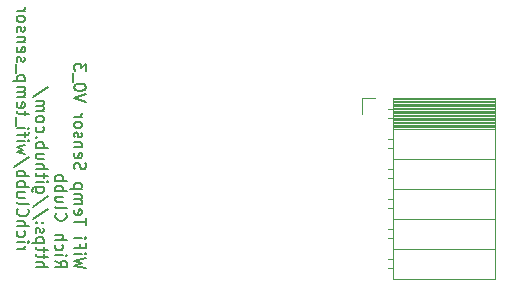
<source format=gbr>
%TF.GenerationSoftware,KiCad,Pcbnew,7.0.10-7.0.10~ubuntu22.04.1*%
%TF.CreationDate,2024-01-23T13:21:10+00:00*%
%TF.ProjectId,wifi_temp_sensor,77696669-5f74-4656-9d70-5f73656e736f,rev?*%
%TF.SameCoordinates,Original*%
%TF.FileFunction,Legend,Bot*%
%TF.FilePolarity,Positive*%
%FSLAX46Y46*%
G04 Gerber Fmt 4.6, Leading zero omitted, Abs format (unit mm)*
G04 Created by KiCad (PCBNEW 7.0.10-7.0.10~ubuntu22.04.1) date 2024-01-23 13:21:10*
%MOMM*%
%LPD*%
G01*
G04 APERTURE LIST*
%ADD10C,0.150000*%
%ADD11C,0.120000*%
G04 APERTURE END LIST*
D10*
X197730180Y-68973458D02*
X196730180Y-68735363D01*
X196730180Y-68735363D02*
X197444466Y-68544887D01*
X197444466Y-68544887D02*
X196730180Y-68354411D01*
X196730180Y-68354411D02*
X197730180Y-68116316D01*
X196730180Y-67735363D02*
X197396847Y-67735363D01*
X197730180Y-67735363D02*
X197682561Y-67782982D01*
X197682561Y-67782982D02*
X197634942Y-67735363D01*
X197634942Y-67735363D02*
X197682561Y-67687744D01*
X197682561Y-67687744D02*
X197730180Y-67735363D01*
X197730180Y-67735363D02*
X197634942Y-67735363D01*
X197253990Y-66925840D02*
X197253990Y-67259173D01*
X196730180Y-67259173D02*
X197730180Y-67259173D01*
X197730180Y-67259173D02*
X197730180Y-66782983D01*
X196730180Y-66402030D02*
X197396847Y-66402030D01*
X197730180Y-66402030D02*
X197682561Y-66449649D01*
X197682561Y-66449649D02*
X197634942Y-66402030D01*
X197634942Y-66402030D02*
X197682561Y-66354411D01*
X197682561Y-66354411D02*
X197730180Y-66402030D01*
X197730180Y-66402030D02*
X197634942Y-66402030D01*
X197730180Y-65306792D02*
X197730180Y-64735364D01*
X196730180Y-65021078D02*
X197730180Y-65021078D01*
X196777800Y-64021078D02*
X196730180Y-64116316D01*
X196730180Y-64116316D02*
X196730180Y-64306792D01*
X196730180Y-64306792D02*
X196777800Y-64402030D01*
X196777800Y-64402030D02*
X196873038Y-64449649D01*
X196873038Y-64449649D02*
X197253990Y-64449649D01*
X197253990Y-64449649D02*
X197349228Y-64402030D01*
X197349228Y-64402030D02*
X197396847Y-64306792D01*
X197396847Y-64306792D02*
X197396847Y-64116316D01*
X197396847Y-64116316D02*
X197349228Y-64021078D01*
X197349228Y-64021078D02*
X197253990Y-63973459D01*
X197253990Y-63973459D02*
X197158752Y-63973459D01*
X197158752Y-63973459D02*
X197063514Y-64449649D01*
X196730180Y-63544887D02*
X197396847Y-63544887D01*
X197301609Y-63544887D02*
X197349228Y-63497268D01*
X197349228Y-63497268D02*
X197396847Y-63402030D01*
X197396847Y-63402030D02*
X197396847Y-63259173D01*
X197396847Y-63259173D02*
X197349228Y-63163935D01*
X197349228Y-63163935D02*
X197253990Y-63116316D01*
X197253990Y-63116316D02*
X196730180Y-63116316D01*
X197253990Y-63116316D02*
X197349228Y-63068697D01*
X197349228Y-63068697D02*
X197396847Y-62973459D01*
X197396847Y-62973459D02*
X197396847Y-62830602D01*
X197396847Y-62830602D02*
X197349228Y-62735363D01*
X197349228Y-62735363D02*
X197253990Y-62687744D01*
X197253990Y-62687744D02*
X196730180Y-62687744D01*
X197396847Y-62211554D02*
X196396847Y-62211554D01*
X197349228Y-62211554D02*
X197396847Y-62116316D01*
X197396847Y-62116316D02*
X197396847Y-61925840D01*
X197396847Y-61925840D02*
X197349228Y-61830602D01*
X197349228Y-61830602D02*
X197301609Y-61782983D01*
X197301609Y-61782983D02*
X197206371Y-61735364D01*
X197206371Y-61735364D02*
X196920657Y-61735364D01*
X196920657Y-61735364D02*
X196825419Y-61782983D01*
X196825419Y-61782983D02*
X196777800Y-61830602D01*
X196777800Y-61830602D02*
X196730180Y-61925840D01*
X196730180Y-61925840D02*
X196730180Y-62116316D01*
X196730180Y-62116316D02*
X196777800Y-62211554D01*
X196777800Y-60592506D02*
X196730180Y-60449649D01*
X196730180Y-60449649D02*
X196730180Y-60211554D01*
X196730180Y-60211554D02*
X196777800Y-60116316D01*
X196777800Y-60116316D02*
X196825419Y-60068697D01*
X196825419Y-60068697D02*
X196920657Y-60021078D01*
X196920657Y-60021078D02*
X197015895Y-60021078D01*
X197015895Y-60021078D02*
X197111133Y-60068697D01*
X197111133Y-60068697D02*
X197158752Y-60116316D01*
X197158752Y-60116316D02*
X197206371Y-60211554D01*
X197206371Y-60211554D02*
X197253990Y-60402030D01*
X197253990Y-60402030D02*
X197301609Y-60497268D01*
X197301609Y-60497268D02*
X197349228Y-60544887D01*
X197349228Y-60544887D02*
X197444466Y-60592506D01*
X197444466Y-60592506D02*
X197539704Y-60592506D01*
X197539704Y-60592506D02*
X197634942Y-60544887D01*
X197634942Y-60544887D02*
X197682561Y-60497268D01*
X197682561Y-60497268D02*
X197730180Y-60402030D01*
X197730180Y-60402030D02*
X197730180Y-60163935D01*
X197730180Y-60163935D02*
X197682561Y-60021078D01*
X196777800Y-59211554D02*
X196730180Y-59306792D01*
X196730180Y-59306792D02*
X196730180Y-59497268D01*
X196730180Y-59497268D02*
X196777800Y-59592506D01*
X196777800Y-59592506D02*
X196873038Y-59640125D01*
X196873038Y-59640125D02*
X197253990Y-59640125D01*
X197253990Y-59640125D02*
X197349228Y-59592506D01*
X197349228Y-59592506D02*
X197396847Y-59497268D01*
X197396847Y-59497268D02*
X197396847Y-59306792D01*
X197396847Y-59306792D02*
X197349228Y-59211554D01*
X197349228Y-59211554D02*
X197253990Y-59163935D01*
X197253990Y-59163935D02*
X197158752Y-59163935D01*
X197158752Y-59163935D02*
X197063514Y-59640125D01*
X197396847Y-58735363D02*
X196730180Y-58735363D01*
X197301609Y-58735363D02*
X197349228Y-58687744D01*
X197349228Y-58687744D02*
X197396847Y-58592506D01*
X197396847Y-58592506D02*
X197396847Y-58449649D01*
X197396847Y-58449649D02*
X197349228Y-58354411D01*
X197349228Y-58354411D02*
X197253990Y-58306792D01*
X197253990Y-58306792D02*
X196730180Y-58306792D01*
X196777800Y-57878220D02*
X196730180Y-57782982D01*
X196730180Y-57782982D02*
X196730180Y-57592506D01*
X196730180Y-57592506D02*
X196777800Y-57497268D01*
X196777800Y-57497268D02*
X196873038Y-57449649D01*
X196873038Y-57449649D02*
X196920657Y-57449649D01*
X196920657Y-57449649D02*
X197015895Y-57497268D01*
X197015895Y-57497268D02*
X197063514Y-57592506D01*
X197063514Y-57592506D02*
X197063514Y-57735363D01*
X197063514Y-57735363D02*
X197111133Y-57830601D01*
X197111133Y-57830601D02*
X197206371Y-57878220D01*
X197206371Y-57878220D02*
X197253990Y-57878220D01*
X197253990Y-57878220D02*
X197349228Y-57830601D01*
X197349228Y-57830601D02*
X197396847Y-57735363D01*
X197396847Y-57735363D02*
X197396847Y-57592506D01*
X197396847Y-57592506D02*
X197349228Y-57497268D01*
X196730180Y-56878220D02*
X196777800Y-56973458D01*
X196777800Y-56973458D02*
X196825419Y-57021077D01*
X196825419Y-57021077D02*
X196920657Y-57068696D01*
X196920657Y-57068696D02*
X197206371Y-57068696D01*
X197206371Y-57068696D02*
X197301609Y-57021077D01*
X197301609Y-57021077D02*
X197349228Y-56973458D01*
X197349228Y-56973458D02*
X197396847Y-56878220D01*
X197396847Y-56878220D02*
X197396847Y-56735363D01*
X197396847Y-56735363D02*
X197349228Y-56640125D01*
X197349228Y-56640125D02*
X197301609Y-56592506D01*
X197301609Y-56592506D02*
X197206371Y-56544887D01*
X197206371Y-56544887D02*
X196920657Y-56544887D01*
X196920657Y-56544887D02*
X196825419Y-56592506D01*
X196825419Y-56592506D02*
X196777800Y-56640125D01*
X196777800Y-56640125D02*
X196730180Y-56735363D01*
X196730180Y-56735363D02*
X196730180Y-56878220D01*
X196730180Y-56116315D02*
X197396847Y-56116315D01*
X197206371Y-56116315D02*
X197301609Y-56068696D01*
X197301609Y-56068696D02*
X197349228Y-56021077D01*
X197349228Y-56021077D02*
X197396847Y-55925839D01*
X197396847Y-55925839D02*
X197396847Y-55830601D01*
X197730180Y-54878219D02*
X196730180Y-54544886D01*
X196730180Y-54544886D02*
X197730180Y-54211553D01*
X197730180Y-53687743D02*
X197730180Y-53592505D01*
X197730180Y-53592505D02*
X197682561Y-53497267D01*
X197682561Y-53497267D02*
X197634942Y-53449648D01*
X197634942Y-53449648D02*
X197539704Y-53402029D01*
X197539704Y-53402029D02*
X197349228Y-53354410D01*
X197349228Y-53354410D02*
X197111133Y-53354410D01*
X197111133Y-53354410D02*
X196920657Y-53402029D01*
X196920657Y-53402029D02*
X196825419Y-53449648D01*
X196825419Y-53449648D02*
X196777800Y-53497267D01*
X196777800Y-53497267D02*
X196730180Y-53592505D01*
X196730180Y-53592505D02*
X196730180Y-53687743D01*
X196730180Y-53687743D02*
X196777800Y-53782981D01*
X196777800Y-53782981D02*
X196825419Y-53830600D01*
X196825419Y-53830600D02*
X196920657Y-53878219D01*
X196920657Y-53878219D02*
X197111133Y-53925838D01*
X197111133Y-53925838D02*
X197349228Y-53925838D01*
X197349228Y-53925838D02*
X197539704Y-53878219D01*
X197539704Y-53878219D02*
X197634942Y-53830600D01*
X197634942Y-53830600D02*
X197682561Y-53782981D01*
X197682561Y-53782981D02*
X197730180Y-53687743D01*
X196634942Y-53163934D02*
X196634942Y-52402029D01*
X197730180Y-52259171D02*
X197730180Y-51640124D01*
X197730180Y-51640124D02*
X197349228Y-51973457D01*
X197349228Y-51973457D02*
X197349228Y-51830600D01*
X197349228Y-51830600D02*
X197301609Y-51735362D01*
X197301609Y-51735362D02*
X197253990Y-51687743D01*
X197253990Y-51687743D02*
X197158752Y-51640124D01*
X197158752Y-51640124D02*
X196920657Y-51640124D01*
X196920657Y-51640124D02*
X196825419Y-51687743D01*
X196825419Y-51687743D02*
X196777800Y-51735362D01*
X196777800Y-51735362D02*
X196730180Y-51830600D01*
X196730180Y-51830600D02*
X196730180Y-52116314D01*
X196730180Y-52116314D02*
X196777800Y-52211552D01*
X196777800Y-52211552D02*
X196825419Y-52259171D01*
X195120180Y-68306792D02*
X195596371Y-68640125D01*
X195120180Y-68878220D02*
X196120180Y-68878220D01*
X196120180Y-68878220D02*
X196120180Y-68497268D01*
X196120180Y-68497268D02*
X196072561Y-68402030D01*
X196072561Y-68402030D02*
X196024942Y-68354411D01*
X196024942Y-68354411D02*
X195929704Y-68306792D01*
X195929704Y-68306792D02*
X195786847Y-68306792D01*
X195786847Y-68306792D02*
X195691609Y-68354411D01*
X195691609Y-68354411D02*
X195643990Y-68402030D01*
X195643990Y-68402030D02*
X195596371Y-68497268D01*
X195596371Y-68497268D02*
X195596371Y-68878220D01*
X195120180Y-67878220D02*
X195786847Y-67878220D01*
X196120180Y-67878220D02*
X196072561Y-67925839D01*
X196072561Y-67925839D02*
X196024942Y-67878220D01*
X196024942Y-67878220D02*
X196072561Y-67830601D01*
X196072561Y-67830601D02*
X196120180Y-67878220D01*
X196120180Y-67878220D02*
X196024942Y-67878220D01*
X195167800Y-66973459D02*
X195120180Y-67068697D01*
X195120180Y-67068697D02*
X195120180Y-67259173D01*
X195120180Y-67259173D02*
X195167800Y-67354411D01*
X195167800Y-67354411D02*
X195215419Y-67402030D01*
X195215419Y-67402030D02*
X195310657Y-67449649D01*
X195310657Y-67449649D02*
X195596371Y-67449649D01*
X195596371Y-67449649D02*
X195691609Y-67402030D01*
X195691609Y-67402030D02*
X195739228Y-67354411D01*
X195739228Y-67354411D02*
X195786847Y-67259173D01*
X195786847Y-67259173D02*
X195786847Y-67068697D01*
X195786847Y-67068697D02*
X195739228Y-66973459D01*
X195120180Y-66544887D02*
X196120180Y-66544887D01*
X195120180Y-66116316D02*
X195643990Y-66116316D01*
X195643990Y-66116316D02*
X195739228Y-66163935D01*
X195739228Y-66163935D02*
X195786847Y-66259173D01*
X195786847Y-66259173D02*
X195786847Y-66402030D01*
X195786847Y-66402030D02*
X195739228Y-66497268D01*
X195739228Y-66497268D02*
X195691609Y-66544887D01*
X195215419Y-64306792D02*
X195167800Y-64354411D01*
X195167800Y-64354411D02*
X195120180Y-64497268D01*
X195120180Y-64497268D02*
X195120180Y-64592506D01*
X195120180Y-64592506D02*
X195167800Y-64735363D01*
X195167800Y-64735363D02*
X195263038Y-64830601D01*
X195263038Y-64830601D02*
X195358276Y-64878220D01*
X195358276Y-64878220D02*
X195548752Y-64925839D01*
X195548752Y-64925839D02*
X195691609Y-64925839D01*
X195691609Y-64925839D02*
X195882085Y-64878220D01*
X195882085Y-64878220D02*
X195977323Y-64830601D01*
X195977323Y-64830601D02*
X196072561Y-64735363D01*
X196072561Y-64735363D02*
X196120180Y-64592506D01*
X196120180Y-64592506D02*
X196120180Y-64497268D01*
X196120180Y-64497268D02*
X196072561Y-64354411D01*
X196072561Y-64354411D02*
X196024942Y-64306792D01*
X195120180Y-63735363D02*
X195167800Y-63830601D01*
X195167800Y-63830601D02*
X195263038Y-63878220D01*
X195263038Y-63878220D02*
X196120180Y-63878220D01*
X195786847Y-62925839D02*
X195120180Y-62925839D01*
X195786847Y-63354410D02*
X195263038Y-63354410D01*
X195263038Y-63354410D02*
X195167800Y-63306791D01*
X195167800Y-63306791D02*
X195120180Y-63211553D01*
X195120180Y-63211553D02*
X195120180Y-63068696D01*
X195120180Y-63068696D02*
X195167800Y-62973458D01*
X195167800Y-62973458D02*
X195215419Y-62925839D01*
X195120180Y-62449648D02*
X196120180Y-62449648D01*
X195739228Y-62449648D02*
X195786847Y-62354410D01*
X195786847Y-62354410D02*
X195786847Y-62163934D01*
X195786847Y-62163934D02*
X195739228Y-62068696D01*
X195739228Y-62068696D02*
X195691609Y-62021077D01*
X195691609Y-62021077D02*
X195596371Y-61973458D01*
X195596371Y-61973458D02*
X195310657Y-61973458D01*
X195310657Y-61973458D02*
X195215419Y-62021077D01*
X195215419Y-62021077D02*
X195167800Y-62068696D01*
X195167800Y-62068696D02*
X195120180Y-62163934D01*
X195120180Y-62163934D02*
X195120180Y-62354410D01*
X195120180Y-62354410D02*
X195167800Y-62449648D01*
X195120180Y-61544886D02*
X196120180Y-61544886D01*
X195739228Y-61544886D02*
X195786847Y-61449648D01*
X195786847Y-61449648D02*
X195786847Y-61259172D01*
X195786847Y-61259172D02*
X195739228Y-61163934D01*
X195739228Y-61163934D02*
X195691609Y-61116315D01*
X195691609Y-61116315D02*
X195596371Y-61068696D01*
X195596371Y-61068696D02*
X195310657Y-61068696D01*
X195310657Y-61068696D02*
X195215419Y-61116315D01*
X195215419Y-61116315D02*
X195167800Y-61163934D01*
X195167800Y-61163934D02*
X195120180Y-61259172D01*
X195120180Y-61259172D02*
X195120180Y-61449648D01*
X195120180Y-61449648D02*
X195167800Y-61544886D01*
X193510180Y-68878220D02*
X194510180Y-68878220D01*
X193510180Y-68449649D02*
X194033990Y-68449649D01*
X194033990Y-68449649D02*
X194129228Y-68497268D01*
X194129228Y-68497268D02*
X194176847Y-68592506D01*
X194176847Y-68592506D02*
X194176847Y-68735363D01*
X194176847Y-68735363D02*
X194129228Y-68830601D01*
X194129228Y-68830601D02*
X194081609Y-68878220D01*
X194176847Y-68116315D02*
X194176847Y-67735363D01*
X194510180Y-67973458D02*
X193653038Y-67973458D01*
X193653038Y-67973458D02*
X193557800Y-67925839D01*
X193557800Y-67925839D02*
X193510180Y-67830601D01*
X193510180Y-67830601D02*
X193510180Y-67735363D01*
X194176847Y-67544886D02*
X194176847Y-67163934D01*
X194510180Y-67402029D02*
X193653038Y-67402029D01*
X193653038Y-67402029D02*
X193557800Y-67354410D01*
X193557800Y-67354410D02*
X193510180Y-67259172D01*
X193510180Y-67259172D02*
X193510180Y-67163934D01*
X194176847Y-66830600D02*
X193176847Y-66830600D01*
X194129228Y-66830600D02*
X194176847Y-66735362D01*
X194176847Y-66735362D02*
X194176847Y-66544886D01*
X194176847Y-66544886D02*
X194129228Y-66449648D01*
X194129228Y-66449648D02*
X194081609Y-66402029D01*
X194081609Y-66402029D02*
X193986371Y-66354410D01*
X193986371Y-66354410D02*
X193700657Y-66354410D01*
X193700657Y-66354410D02*
X193605419Y-66402029D01*
X193605419Y-66402029D02*
X193557800Y-66449648D01*
X193557800Y-66449648D02*
X193510180Y-66544886D01*
X193510180Y-66544886D02*
X193510180Y-66735362D01*
X193510180Y-66735362D02*
X193557800Y-66830600D01*
X193557800Y-65973457D02*
X193510180Y-65878219D01*
X193510180Y-65878219D02*
X193510180Y-65687743D01*
X193510180Y-65687743D02*
X193557800Y-65592505D01*
X193557800Y-65592505D02*
X193653038Y-65544886D01*
X193653038Y-65544886D02*
X193700657Y-65544886D01*
X193700657Y-65544886D02*
X193795895Y-65592505D01*
X193795895Y-65592505D02*
X193843514Y-65687743D01*
X193843514Y-65687743D02*
X193843514Y-65830600D01*
X193843514Y-65830600D02*
X193891133Y-65925838D01*
X193891133Y-65925838D02*
X193986371Y-65973457D01*
X193986371Y-65973457D02*
X194033990Y-65973457D01*
X194033990Y-65973457D02*
X194129228Y-65925838D01*
X194129228Y-65925838D02*
X194176847Y-65830600D01*
X194176847Y-65830600D02*
X194176847Y-65687743D01*
X194176847Y-65687743D02*
X194129228Y-65592505D01*
X193605419Y-65116314D02*
X193557800Y-65068695D01*
X193557800Y-65068695D02*
X193510180Y-65116314D01*
X193510180Y-65116314D02*
X193557800Y-65163933D01*
X193557800Y-65163933D02*
X193605419Y-65116314D01*
X193605419Y-65116314D02*
X193510180Y-65116314D01*
X194129228Y-65116314D02*
X194081609Y-65068695D01*
X194081609Y-65068695D02*
X194033990Y-65116314D01*
X194033990Y-65116314D02*
X194081609Y-65163933D01*
X194081609Y-65163933D02*
X194129228Y-65116314D01*
X194129228Y-65116314D02*
X194033990Y-65116314D01*
X194557800Y-63925839D02*
X193272085Y-64782981D01*
X194557800Y-62878220D02*
X193272085Y-63735362D01*
X194176847Y-62116315D02*
X193367323Y-62116315D01*
X193367323Y-62116315D02*
X193272085Y-62163934D01*
X193272085Y-62163934D02*
X193224466Y-62211553D01*
X193224466Y-62211553D02*
X193176847Y-62306791D01*
X193176847Y-62306791D02*
X193176847Y-62449648D01*
X193176847Y-62449648D02*
X193224466Y-62544886D01*
X193557800Y-62116315D02*
X193510180Y-62211553D01*
X193510180Y-62211553D02*
X193510180Y-62402029D01*
X193510180Y-62402029D02*
X193557800Y-62497267D01*
X193557800Y-62497267D02*
X193605419Y-62544886D01*
X193605419Y-62544886D02*
X193700657Y-62592505D01*
X193700657Y-62592505D02*
X193986371Y-62592505D01*
X193986371Y-62592505D02*
X194081609Y-62544886D01*
X194081609Y-62544886D02*
X194129228Y-62497267D01*
X194129228Y-62497267D02*
X194176847Y-62402029D01*
X194176847Y-62402029D02*
X194176847Y-62211553D01*
X194176847Y-62211553D02*
X194129228Y-62116315D01*
X193510180Y-61640124D02*
X194176847Y-61640124D01*
X194510180Y-61640124D02*
X194462561Y-61687743D01*
X194462561Y-61687743D02*
X194414942Y-61640124D01*
X194414942Y-61640124D02*
X194462561Y-61592505D01*
X194462561Y-61592505D02*
X194510180Y-61640124D01*
X194510180Y-61640124D02*
X194414942Y-61640124D01*
X194176847Y-61306791D02*
X194176847Y-60925839D01*
X194510180Y-61163934D02*
X193653038Y-61163934D01*
X193653038Y-61163934D02*
X193557800Y-61116315D01*
X193557800Y-61116315D02*
X193510180Y-61021077D01*
X193510180Y-61021077D02*
X193510180Y-60925839D01*
X193510180Y-60592505D02*
X194510180Y-60592505D01*
X193510180Y-60163934D02*
X194033990Y-60163934D01*
X194033990Y-60163934D02*
X194129228Y-60211553D01*
X194129228Y-60211553D02*
X194176847Y-60306791D01*
X194176847Y-60306791D02*
X194176847Y-60449648D01*
X194176847Y-60449648D02*
X194129228Y-60544886D01*
X194129228Y-60544886D02*
X194081609Y-60592505D01*
X194176847Y-59259172D02*
X193510180Y-59259172D01*
X194176847Y-59687743D02*
X193653038Y-59687743D01*
X193653038Y-59687743D02*
X193557800Y-59640124D01*
X193557800Y-59640124D02*
X193510180Y-59544886D01*
X193510180Y-59544886D02*
X193510180Y-59402029D01*
X193510180Y-59402029D02*
X193557800Y-59306791D01*
X193557800Y-59306791D02*
X193605419Y-59259172D01*
X193510180Y-58782981D02*
X194510180Y-58782981D01*
X194129228Y-58782981D02*
X194176847Y-58687743D01*
X194176847Y-58687743D02*
X194176847Y-58497267D01*
X194176847Y-58497267D02*
X194129228Y-58402029D01*
X194129228Y-58402029D02*
X194081609Y-58354410D01*
X194081609Y-58354410D02*
X193986371Y-58306791D01*
X193986371Y-58306791D02*
X193700657Y-58306791D01*
X193700657Y-58306791D02*
X193605419Y-58354410D01*
X193605419Y-58354410D02*
X193557800Y-58402029D01*
X193557800Y-58402029D02*
X193510180Y-58497267D01*
X193510180Y-58497267D02*
X193510180Y-58687743D01*
X193510180Y-58687743D02*
X193557800Y-58782981D01*
X193605419Y-57878219D02*
X193557800Y-57830600D01*
X193557800Y-57830600D02*
X193510180Y-57878219D01*
X193510180Y-57878219D02*
X193557800Y-57925838D01*
X193557800Y-57925838D02*
X193605419Y-57878219D01*
X193605419Y-57878219D02*
X193510180Y-57878219D01*
X193557800Y-56973458D02*
X193510180Y-57068696D01*
X193510180Y-57068696D02*
X193510180Y-57259172D01*
X193510180Y-57259172D02*
X193557800Y-57354410D01*
X193557800Y-57354410D02*
X193605419Y-57402029D01*
X193605419Y-57402029D02*
X193700657Y-57449648D01*
X193700657Y-57449648D02*
X193986371Y-57449648D01*
X193986371Y-57449648D02*
X194081609Y-57402029D01*
X194081609Y-57402029D02*
X194129228Y-57354410D01*
X194129228Y-57354410D02*
X194176847Y-57259172D01*
X194176847Y-57259172D02*
X194176847Y-57068696D01*
X194176847Y-57068696D02*
X194129228Y-56973458D01*
X193510180Y-56402029D02*
X193557800Y-56497267D01*
X193557800Y-56497267D02*
X193605419Y-56544886D01*
X193605419Y-56544886D02*
X193700657Y-56592505D01*
X193700657Y-56592505D02*
X193986371Y-56592505D01*
X193986371Y-56592505D02*
X194081609Y-56544886D01*
X194081609Y-56544886D02*
X194129228Y-56497267D01*
X194129228Y-56497267D02*
X194176847Y-56402029D01*
X194176847Y-56402029D02*
X194176847Y-56259172D01*
X194176847Y-56259172D02*
X194129228Y-56163934D01*
X194129228Y-56163934D02*
X194081609Y-56116315D01*
X194081609Y-56116315D02*
X193986371Y-56068696D01*
X193986371Y-56068696D02*
X193700657Y-56068696D01*
X193700657Y-56068696D02*
X193605419Y-56116315D01*
X193605419Y-56116315D02*
X193557800Y-56163934D01*
X193557800Y-56163934D02*
X193510180Y-56259172D01*
X193510180Y-56259172D02*
X193510180Y-56402029D01*
X193510180Y-55640124D02*
X194176847Y-55640124D01*
X194081609Y-55640124D02*
X194129228Y-55592505D01*
X194129228Y-55592505D02*
X194176847Y-55497267D01*
X194176847Y-55497267D02*
X194176847Y-55354410D01*
X194176847Y-55354410D02*
X194129228Y-55259172D01*
X194129228Y-55259172D02*
X194033990Y-55211553D01*
X194033990Y-55211553D02*
X193510180Y-55211553D01*
X194033990Y-55211553D02*
X194129228Y-55163934D01*
X194129228Y-55163934D02*
X194176847Y-55068696D01*
X194176847Y-55068696D02*
X194176847Y-54925839D01*
X194176847Y-54925839D02*
X194129228Y-54830600D01*
X194129228Y-54830600D02*
X194033990Y-54782981D01*
X194033990Y-54782981D02*
X193510180Y-54782981D01*
X194557800Y-53592506D02*
X193272085Y-54449648D01*
X191900180Y-67354410D02*
X192566847Y-67354410D01*
X192376371Y-67354410D02*
X192471609Y-67306791D01*
X192471609Y-67306791D02*
X192519228Y-67259172D01*
X192519228Y-67259172D02*
X192566847Y-67163934D01*
X192566847Y-67163934D02*
X192566847Y-67068696D01*
X191900180Y-66735362D02*
X192566847Y-66735362D01*
X192900180Y-66735362D02*
X192852561Y-66782981D01*
X192852561Y-66782981D02*
X192804942Y-66735362D01*
X192804942Y-66735362D02*
X192852561Y-66687743D01*
X192852561Y-66687743D02*
X192900180Y-66735362D01*
X192900180Y-66735362D02*
X192804942Y-66735362D01*
X191947800Y-65830601D02*
X191900180Y-65925839D01*
X191900180Y-65925839D02*
X191900180Y-66116315D01*
X191900180Y-66116315D02*
X191947800Y-66211553D01*
X191947800Y-66211553D02*
X191995419Y-66259172D01*
X191995419Y-66259172D02*
X192090657Y-66306791D01*
X192090657Y-66306791D02*
X192376371Y-66306791D01*
X192376371Y-66306791D02*
X192471609Y-66259172D01*
X192471609Y-66259172D02*
X192519228Y-66211553D01*
X192519228Y-66211553D02*
X192566847Y-66116315D01*
X192566847Y-66116315D02*
X192566847Y-65925839D01*
X192566847Y-65925839D02*
X192519228Y-65830601D01*
X191900180Y-65402029D02*
X192900180Y-65402029D01*
X191900180Y-64973458D02*
X192423990Y-64973458D01*
X192423990Y-64973458D02*
X192519228Y-65021077D01*
X192519228Y-65021077D02*
X192566847Y-65116315D01*
X192566847Y-65116315D02*
X192566847Y-65259172D01*
X192566847Y-65259172D02*
X192519228Y-65354410D01*
X192519228Y-65354410D02*
X192471609Y-65402029D01*
X191995419Y-63925839D02*
X191947800Y-63973458D01*
X191947800Y-63973458D02*
X191900180Y-64116315D01*
X191900180Y-64116315D02*
X191900180Y-64211553D01*
X191900180Y-64211553D02*
X191947800Y-64354410D01*
X191947800Y-64354410D02*
X192043038Y-64449648D01*
X192043038Y-64449648D02*
X192138276Y-64497267D01*
X192138276Y-64497267D02*
X192328752Y-64544886D01*
X192328752Y-64544886D02*
X192471609Y-64544886D01*
X192471609Y-64544886D02*
X192662085Y-64497267D01*
X192662085Y-64497267D02*
X192757323Y-64449648D01*
X192757323Y-64449648D02*
X192852561Y-64354410D01*
X192852561Y-64354410D02*
X192900180Y-64211553D01*
X192900180Y-64211553D02*
X192900180Y-64116315D01*
X192900180Y-64116315D02*
X192852561Y-63973458D01*
X192852561Y-63973458D02*
X192804942Y-63925839D01*
X191900180Y-63354410D02*
X191947800Y-63449648D01*
X191947800Y-63449648D02*
X192043038Y-63497267D01*
X192043038Y-63497267D02*
X192900180Y-63497267D01*
X192566847Y-62544886D02*
X191900180Y-62544886D01*
X192566847Y-62973457D02*
X192043038Y-62973457D01*
X192043038Y-62973457D02*
X191947800Y-62925838D01*
X191947800Y-62925838D02*
X191900180Y-62830600D01*
X191900180Y-62830600D02*
X191900180Y-62687743D01*
X191900180Y-62687743D02*
X191947800Y-62592505D01*
X191947800Y-62592505D02*
X191995419Y-62544886D01*
X191900180Y-62068695D02*
X192900180Y-62068695D01*
X192519228Y-62068695D02*
X192566847Y-61973457D01*
X192566847Y-61973457D02*
X192566847Y-61782981D01*
X192566847Y-61782981D02*
X192519228Y-61687743D01*
X192519228Y-61687743D02*
X192471609Y-61640124D01*
X192471609Y-61640124D02*
X192376371Y-61592505D01*
X192376371Y-61592505D02*
X192090657Y-61592505D01*
X192090657Y-61592505D02*
X191995419Y-61640124D01*
X191995419Y-61640124D02*
X191947800Y-61687743D01*
X191947800Y-61687743D02*
X191900180Y-61782981D01*
X191900180Y-61782981D02*
X191900180Y-61973457D01*
X191900180Y-61973457D02*
X191947800Y-62068695D01*
X191900180Y-61163933D02*
X192900180Y-61163933D01*
X192519228Y-61163933D02*
X192566847Y-61068695D01*
X192566847Y-61068695D02*
X192566847Y-60878219D01*
X192566847Y-60878219D02*
X192519228Y-60782981D01*
X192519228Y-60782981D02*
X192471609Y-60735362D01*
X192471609Y-60735362D02*
X192376371Y-60687743D01*
X192376371Y-60687743D02*
X192090657Y-60687743D01*
X192090657Y-60687743D02*
X191995419Y-60735362D01*
X191995419Y-60735362D02*
X191947800Y-60782981D01*
X191947800Y-60782981D02*
X191900180Y-60878219D01*
X191900180Y-60878219D02*
X191900180Y-61068695D01*
X191900180Y-61068695D02*
X191947800Y-61163933D01*
X192947800Y-59544886D02*
X191662085Y-60402028D01*
X192566847Y-59306790D02*
X191900180Y-59116314D01*
X191900180Y-59116314D02*
X192376371Y-58925838D01*
X192376371Y-58925838D02*
X191900180Y-58735362D01*
X191900180Y-58735362D02*
X192566847Y-58544886D01*
X191900180Y-58163933D02*
X192566847Y-58163933D01*
X192900180Y-58163933D02*
X192852561Y-58211552D01*
X192852561Y-58211552D02*
X192804942Y-58163933D01*
X192804942Y-58163933D02*
X192852561Y-58116314D01*
X192852561Y-58116314D02*
X192900180Y-58163933D01*
X192900180Y-58163933D02*
X192804942Y-58163933D01*
X192566847Y-57830600D02*
X192566847Y-57449648D01*
X191900180Y-57687743D02*
X192757323Y-57687743D01*
X192757323Y-57687743D02*
X192852561Y-57640124D01*
X192852561Y-57640124D02*
X192900180Y-57544886D01*
X192900180Y-57544886D02*
X192900180Y-57449648D01*
X191900180Y-57116314D02*
X192566847Y-57116314D01*
X192900180Y-57116314D02*
X192852561Y-57163933D01*
X192852561Y-57163933D02*
X192804942Y-57116314D01*
X192804942Y-57116314D02*
X192852561Y-57068695D01*
X192852561Y-57068695D02*
X192900180Y-57116314D01*
X192900180Y-57116314D02*
X192804942Y-57116314D01*
X191804942Y-56878220D02*
X191804942Y-56116315D01*
X192566847Y-56021076D02*
X192566847Y-55640124D01*
X192900180Y-55878219D02*
X192043038Y-55878219D01*
X192043038Y-55878219D02*
X191947800Y-55830600D01*
X191947800Y-55830600D02*
X191900180Y-55735362D01*
X191900180Y-55735362D02*
X191900180Y-55640124D01*
X191947800Y-54925838D02*
X191900180Y-55021076D01*
X191900180Y-55021076D02*
X191900180Y-55211552D01*
X191900180Y-55211552D02*
X191947800Y-55306790D01*
X191947800Y-55306790D02*
X192043038Y-55354409D01*
X192043038Y-55354409D02*
X192423990Y-55354409D01*
X192423990Y-55354409D02*
X192519228Y-55306790D01*
X192519228Y-55306790D02*
X192566847Y-55211552D01*
X192566847Y-55211552D02*
X192566847Y-55021076D01*
X192566847Y-55021076D02*
X192519228Y-54925838D01*
X192519228Y-54925838D02*
X192423990Y-54878219D01*
X192423990Y-54878219D02*
X192328752Y-54878219D01*
X192328752Y-54878219D02*
X192233514Y-55354409D01*
X191900180Y-54449647D02*
X192566847Y-54449647D01*
X192471609Y-54449647D02*
X192519228Y-54402028D01*
X192519228Y-54402028D02*
X192566847Y-54306790D01*
X192566847Y-54306790D02*
X192566847Y-54163933D01*
X192566847Y-54163933D02*
X192519228Y-54068695D01*
X192519228Y-54068695D02*
X192423990Y-54021076D01*
X192423990Y-54021076D02*
X191900180Y-54021076D01*
X192423990Y-54021076D02*
X192519228Y-53973457D01*
X192519228Y-53973457D02*
X192566847Y-53878219D01*
X192566847Y-53878219D02*
X192566847Y-53735362D01*
X192566847Y-53735362D02*
X192519228Y-53640123D01*
X192519228Y-53640123D02*
X192423990Y-53592504D01*
X192423990Y-53592504D02*
X191900180Y-53592504D01*
X192566847Y-53116314D02*
X191566847Y-53116314D01*
X192519228Y-53116314D02*
X192566847Y-53021076D01*
X192566847Y-53021076D02*
X192566847Y-52830600D01*
X192566847Y-52830600D02*
X192519228Y-52735362D01*
X192519228Y-52735362D02*
X192471609Y-52687743D01*
X192471609Y-52687743D02*
X192376371Y-52640124D01*
X192376371Y-52640124D02*
X192090657Y-52640124D01*
X192090657Y-52640124D02*
X191995419Y-52687743D01*
X191995419Y-52687743D02*
X191947800Y-52735362D01*
X191947800Y-52735362D02*
X191900180Y-52830600D01*
X191900180Y-52830600D02*
X191900180Y-53021076D01*
X191900180Y-53021076D02*
X191947800Y-53116314D01*
X191804942Y-52449648D02*
X191804942Y-51687743D01*
X191947800Y-51497266D02*
X191900180Y-51402028D01*
X191900180Y-51402028D02*
X191900180Y-51211552D01*
X191900180Y-51211552D02*
X191947800Y-51116314D01*
X191947800Y-51116314D02*
X192043038Y-51068695D01*
X192043038Y-51068695D02*
X192090657Y-51068695D01*
X192090657Y-51068695D02*
X192185895Y-51116314D01*
X192185895Y-51116314D02*
X192233514Y-51211552D01*
X192233514Y-51211552D02*
X192233514Y-51354409D01*
X192233514Y-51354409D02*
X192281133Y-51449647D01*
X192281133Y-51449647D02*
X192376371Y-51497266D01*
X192376371Y-51497266D02*
X192423990Y-51497266D01*
X192423990Y-51497266D02*
X192519228Y-51449647D01*
X192519228Y-51449647D02*
X192566847Y-51354409D01*
X192566847Y-51354409D02*
X192566847Y-51211552D01*
X192566847Y-51211552D02*
X192519228Y-51116314D01*
X191947800Y-50259171D02*
X191900180Y-50354409D01*
X191900180Y-50354409D02*
X191900180Y-50544885D01*
X191900180Y-50544885D02*
X191947800Y-50640123D01*
X191947800Y-50640123D02*
X192043038Y-50687742D01*
X192043038Y-50687742D02*
X192423990Y-50687742D01*
X192423990Y-50687742D02*
X192519228Y-50640123D01*
X192519228Y-50640123D02*
X192566847Y-50544885D01*
X192566847Y-50544885D02*
X192566847Y-50354409D01*
X192566847Y-50354409D02*
X192519228Y-50259171D01*
X192519228Y-50259171D02*
X192423990Y-50211552D01*
X192423990Y-50211552D02*
X192328752Y-50211552D01*
X192328752Y-50211552D02*
X192233514Y-50687742D01*
X192566847Y-49782980D02*
X191900180Y-49782980D01*
X192471609Y-49782980D02*
X192519228Y-49735361D01*
X192519228Y-49735361D02*
X192566847Y-49640123D01*
X192566847Y-49640123D02*
X192566847Y-49497266D01*
X192566847Y-49497266D02*
X192519228Y-49402028D01*
X192519228Y-49402028D02*
X192423990Y-49354409D01*
X192423990Y-49354409D02*
X191900180Y-49354409D01*
X191947800Y-48925837D02*
X191900180Y-48830599D01*
X191900180Y-48830599D02*
X191900180Y-48640123D01*
X191900180Y-48640123D02*
X191947800Y-48544885D01*
X191947800Y-48544885D02*
X192043038Y-48497266D01*
X192043038Y-48497266D02*
X192090657Y-48497266D01*
X192090657Y-48497266D02*
X192185895Y-48544885D01*
X192185895Y-48544885D02*
X192233514Y-48640123D01*
X192233514Y-48640123D02*
X192233514Y-48782980D01*
X192233514Y-48782980D02*
X192281133Y-48878218D01*
X192281133Y-48878218D02*
X192376371Y-48925837D01*
X192376371Y-48925837D02*
X192423990Y-48925837D01*
X192423990Y-48925837D02*
X192519228Y-48878218D01*
X192519228Y-48878218D02*
X192566847Y-48782980D01*
X192566847Y-48782980D02*
X192566847Y-48640123D01*
X192566847Y-48640123D02*
X192519228Y-48544885D01*
X191900180Y-47925837D02*
X191947800Y-48021075D01*
X191947800Y-48021075D02*
X191995419Y-48068694D01*
X191995419Y-48068694D02*
X192090657Y-48116313D01*
X192090657Y-48116313D02*
X192376371Y-48116313D01*
X192376371Y-48116313D02*
X192471609Y-48068694D01*
X192471609Y-48068694D02*
X192519228Y-48021075D01*
X192519228Y-48021075D02*
X192566847Y-47925837D01*
X192566847Y-47925837D02*
X192566847Y-47782980D01*
X192566847Y-47782980D02*
X192519228Y-47687742D01*
X192519228Y-47687742D02*
X192471609Y-47640123D01*
X192471609Y-47640123D02*
X192376371Y-47592504D01*
X192376371Y-47592504D02*
X192090657Y-47592504D01*
X192090657Y-47592504D02*
X191995419Y-47640123D01*
X191995419Y-47640123D02*
X191947800Y-47687742D01*
X191947800Y-47687742D02*
X191900180Y-47782980D01*
X191900180Y-47782980D02*
X191900180Y-47925837D01*
X191900180Y-47163932D02*
X192566847Y-47163932D01*
X192376371Y-47163932D02*
X192471609Y-47116313D01*
X192471609Y-47116313D02*
X192519228Y-47068694D01*
X192519228Y-47068694D02*
X192566847Y-46973456D01*
X192566847Y-46973456D02*
X192566847Y-46878218D01*
D11*
%TO.C,J4*%
X232340000Y-69910000D02*
X223710000Y-69910000D01*
X232340000Y-67310000D02*
X223710000Y-67310000D01*
X232340000Y-64770000D02*
X223710000Y-64770000D01*
X232340000Y-62230000D02*
X223710000Y-62230000D01*
X232340000Y-59690000D02*
X223710000Y-59690000D01*
X232340000Y-57150000D02*
X223710000Y-57150000D01*
X232340000Y-57031900D02*
X223710000Y-57031900D01*
X232340000Y-56913805D02*
X223710000Y-56913805D01*
X232340000Y-56795710D02*
X223710000Y-56795710D01*
X232340000Y-56677615D02*
X223710000Y-56677615D01*
X232340000Y-56559520D02*
X223710000Y-56559520D01*
X232340000Y-56441425D02*
X223710000Y-56441425D01*
X232340000Y-56323330D02*
X223710000Y-56323330D01*
X232340000Y-56205235D02*
X223710000Y-56205235D01*
X232340000Y-56087140D02*
X223710000Y-56087140D01*
X232340000Y-55969045D02*
X223710000Y-55969045D01*
X232340000Y-55850950D02*
X223710000Y-55850950D01*
X232340000Y-55732855D02*
X223710000Y-55732855D01*
X232340000Y-55614760D02*
X223710000Y-55614760D01*
X232340000Y-55496665D02*
X223710000Y-55496665D01*
X232340000Y-55378570D02*
X223710000Y-55378570D01*
X232340000Y-55260475D02*
X223710000Y-55260475D01*
X232340000Y-55142380D02*
X223710000Y-55142380D01*
X232340000Y-55024285D02*
X223710000Y-55024285D01*
X232340000Y-54906190D02*
X223710000Y-54906190D01*
X232340000Y-54788095D02*
X223710000Y-54788095D01*
X232340000Y-54670000D02*
X223710000Y-54670000D01*
X232340000Y-54550000D02*
X232340000Y-69910000D01*
X232340000Y-54550000D02*
X223710000Y-54550000D01*
X223710000Y-68940000D02*
X223300000Y-68940000D01*
X223710000Y-68220000D02*
X223300000Y-68220000D01*
X223710000Y-66400000D02*
X223300000Y-66400000D01*
X223710000Y-65680000D02*
X223300000Y-65680000D01*
X223710000Y-63860000D02*
X223300000Y-63860000D01*
X223710000Y-63140000D02*
X223300000Y-63140000D01*
X223710000Y-61320000D02*
X223300000Y-61320000D01*
X223710000Y-60600000D02*
X223300000Y-60600000D01*
X223710000Y-58780000D02*
X223300000Y-58780000D01*
X223710000Y-58060000D02*
X223300000Y-58060000D01*
X223710000Y-56240000D02*
X223360000Y-56240000D01*
X223710000Y-55520000D02*
X223360000Y-55520000D01*
X223710000Y-54550000D02*
X223710000Y-69910000D01*
X222250000Y-54550000D02*
X221140000Y-54550000D01*
X221140000Y-54550000D02*
X221140000Y-55880000D01*
%TD*%
M02*

</source>
